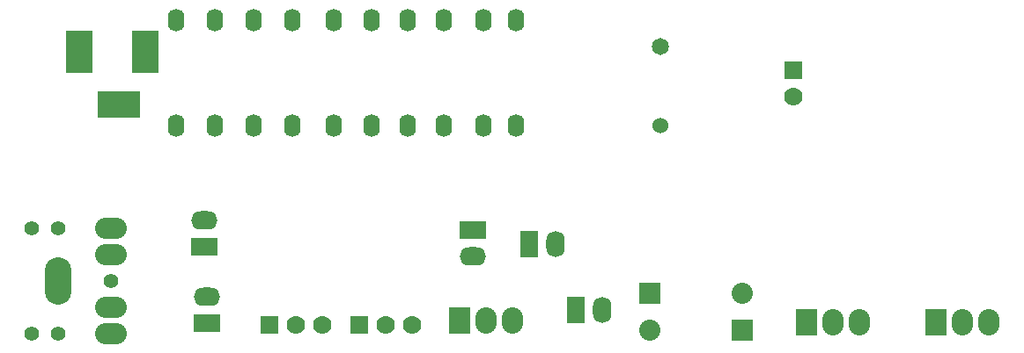
<source format=gbl>
G04*
G04 #@! TF.GenerationSoftware,Altium Limited,Altium Designer,21.2.1 (34)*
G04*
G04 Layer_Physical_Order=2*
G04 Layer_Color=16711680*
%FSLAX44Y44*%
%MOMM*%
G71*
G04*
G04 #@! TF.SameCoordinates,7D1833F5-BA34-4ABF-A559-0A2A528DAE64*
G04*
G04*
G04 #@! TF.FilePolarity,Positive*
G04*
G01*
G75*
%ADD39C,1.7780*%
%ADD40R,1.7780X1.7780*%
%ADD41R,2.5400X1.7780*%
%ADD42O,2.5400X1.7780*%
%ADD43O,1.6000X2.2000*%
%ADD44C,1.5240*%
%ADD45C,1.6510*%
%ADD46R,1.7780X2.5400*%
%ADD47O,1.7780X2.5400*%
%ADD48O,2.0320X2.5400*%
%ADD49R,2.0320X2.5400*%
%ADD50C,2.0320*%
%ADD51R,2.0320X2.0320*%
%ADD52O,2.5400X4.5720*%
%ADD53O,3.0480X2.0320*%
%ADD54R,1.7780X1.7780*%
%ADD55R,2.5400X4.0640*%
%ADD56R,4.0640X2.5400*%
%ADD57C,1.3970*%
D39*
X1151890Y1111250D02*
D03*
X698500Y891540D02*
D03*
X673100D02*
D03*
X784860D02*
D03*
X759460D02*
D03*
D40*
X1151890Y1136650D02*
D03*
D41*
X588010Y892810D02*
D03*
X843280Y982980D02*
D03*
X585470Y966470D02*
D03*
D42*
X588010Y918210D02*
D03*
X843280Y957580D02*
D03*
X585470Y991870D02*
D03*
D43*
X558393Y1185594D02*
D03*
Y1083994D02*
D03*
X746355Y1185594D02*
D03*
Y1083994D02*
D03*
X632561D02*
D03*
Y1185594D02*
D03*
X669645D02*
D03*
Y1083994D02*
D03*
X709269D02*
D03*
Y1185594D02*
D03*
X595479Y1083994D02*
D03*
Y1185594D02*
D03*
X815443D02*
D03*
Y1083994D02*
D03*
X853440Y1185594D02*
D03*
Y1083994D02*
D03*
X884529D02*
D03*
Y1185594D02*
D03*
X780899D02*
D03*
Y1083994D02*
D03*
D44*
X1023620Y1083310D02*
D03*
D45*
Y1159510D02*
D03*
D46*
X897890Y969010D02*
D03*
X942340Y905510D02*
D03*
D47*
X923290Y969010D02*
D03*
X967740Y905510D02*
D03*
D48*
X881380Y895350D02*
D03*
X855980D02*
D03*
X1215390Y894371D02*
D03*
X1189990D02*
D03*
X1339850D02*
D03*
X1314450D02*
D03*
D49*
X830580Y895350D02*
D03*
X1164590Y894371D02*
D03*
X1289050D02*
D03*
D50*
X1013460Y886460D02*
D03*
X1102360Y922020D02*
D03*
D51*
Y886460D02*
D03*
X1013460Y922020D02*
D03*
D52*
X444500Y933704D02*
D03*
D53*
X495300Y882650D02*
D03*
Y908050D02*
D03*
Y958850D02*
D03*
Y984250D02*
D03*
D54*
X647700Y891540D02*
D03*
X734060D02*
D03*
D55*
X528041Y1154655D02*
D03*
X464541D02*
D03*
D56*
X502641Y1103855D02*
D03*
D57*
X444500Y984250D02*
D03*
Y882650D02*
D03*
X495300Y933450D02*
D03*
X419100Y984250D02*
D03*
Y882650D02*
D03*
M02*

</source>
